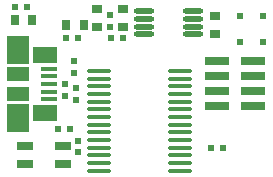
<source format=gtp>
%FSTAX23Y23*%
%MOMM*%
%SFA1B1*%

%IPPOS*%
%ADD10R,2.031996X0.761998*%
%ADD11R,0.599999X0.599999*%
%ADD12O,1.799996X0.449999*%
%ADD13R,0.499999X0.599999*%
%ADD14R,0.899998X0.699999*%
%ADD15R,0.599999X0.499999*%
%ADD16R,2.099996X1.474997*%
%ADD17R,1.379997X0.449999*%
%ADD18R,1.899996X2.374995*%
%ADD19R,1.899996X1.174998*%
%ADD20R,0.699999X0.899998*%
%ADD21R,1.399997X0.699999*%
%ADD22O,2.099996X0.349999*%
%LNprogramming_dongle_pcb-1*%
%LPD*%
G54D10*
X46863Y32519D03*
Y33789D03*
Y35059D03*
Y36329D03*
X43815Y32519D03*
Y33789D03*
Y35059D03*
Y36329D03*
G54D11*
X45799Y40174D03*
Y37974D03*
X47724Y40174D03*
Y37974D03*
G54D12*
X41849Y38599D03*
Y39249D03*
Y39899D03*
Y40549D03*
X37699Y38599D03*
Y39249D03*
Y39899D03*
Y40549D03*
G54D13*
X30999Y34374D03*
Y33374D03*
X32049Y28599D03*
Y29599D03*
X31699Y35324D03*
Y36324D03*
X34799Y39249D03*
Y40249D03*
X31874Y33024D03*
Y34024D03*
G54D14*
X35874Y39249D03*
Y40749D03*
X43699Y38624D03*
Y40124D03*
X33699Y39249D03*
Y40749D03*
G54D15*
X35874Y38249D03*
X34874D03*
X43374Y28999D03*
X44374D03*
X30424Y30599D03*
X31424D03*
X26724Y40874D03*
X27724D03*
X32049Y38299D03*
X31049D03*
G54D16*
X29274Y31937D03*
Y36862D03*
G54D17*
X29634Y35049D03*
Y35699D03*
Y34399D03*
Y33749D03*
Y33099D03*
G54D18*
X26974Y37312D03*
Y31487D03*
G54D19*
X26974Y35237D03*
Y33562D03*
G54D20*
X32549Y39349D03*
X31049D03*
X28224Y39824D03*
X26724D03*
G54D21*
X27624Y29124D03*
X30824D03*
Y27624D03*
X27624D03*
G54D22*
X40749Y27049D03*
Y27699D03*
Y28349D03*
Y28999D03*
Y29649D03*
Y30299D03*
Y30949D03*
Y31599D03*
Y32249D03*
Y32899D03*
Y33549D03*
Y34199D03*
Y34849D03*
Y35499D03*
X33849Y27049D03*
Y27699D03*
Y28349D03*
Y28999D03*
Y29649D03*
Y30299D03*
Y30949D03*
Y31599D03*
Y32249D03*
Y32899D03*
Y33549D03*
Y34199D03*
Y34849D03*
Y35499D03*
M02*
</source>
